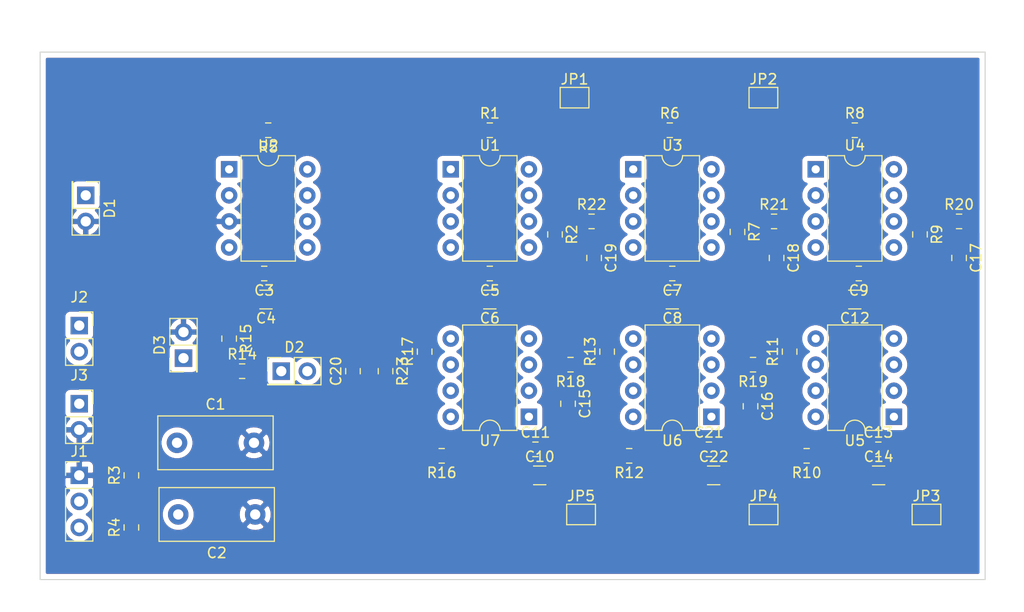
<source format=kicad_pcb>
(kicad_pcb (version 20171130) (host pcbnew 5.1.5+dfsg1-2build2)
  (layers (0 F.Cu signal) (31 B.Cu signal) (34 B.Paste user) (35 F.Paste user) (36 B.SilkS user) (37 F.SilkS user) (38 B.Mask user) (39 F.Mask user) (44 Edge.Cuts user))
  (net 0 "")
  (net 1 GND)
  (net 2 +10V)
  (net 3 -10V)
  (net 4 /cascade_filter/out)
  (net 5 /sheet6215D380/out)
  (net 6 /sheet62163674/out)
  (net 7 /sheet621688F6/out)
  (net 8 /sheet6216EEAD/out)
  (net 9 amp_out)
  (net 10 "Net-(D1-Pad1)")
  (net 11 "Net-(D2-Pad1)")
  (net 12 "Net-(D3-Pad1)")
  (net 13 /sheet6216EEAD/in)
  (net 14 /sheet621688F6/in)
  (net 15 /sheet62163674/in)
  (net 16 /sheet6215D380/in)
  (net 17 /cascade_filter/in)
  (net 18 /sheet62181AF4/in)
  (net 19 "Net-(R1-Pad1)")
  (net 20 op_cascade_in)
  (net 21 "Net-(R6-Pad1)")
  (net 22 "Net-(R8-Pad1)")
  (net 23 "Net-(R10-Pad1)")
  (net 24 "Net-(R12-Pad1)")
  (net 25 "Net-(R16-Pad1)")
  (net 26 "Net-(U1-Pad8)")
  (net 27 "Net-(U1-Pad5)")
  (net 28 "Net-(U1-Pad1)")
  (net 29 "Net-(U2-Pad8)")
  (net 30 "Net-(U2-Pad5)")
  (net 31 "Net-(U2-Pad1)")
  (net 32 "Net-(U3-Pad8)")
  (net 33 "Net-(U3-Pad5)")
  (net 34 "Net-(U3-Pad1)")
  (net 35 "Net-(U4-Pad8)")
  (net 36 "Net-(U4-Pad5)")
  (net 37 "Net-(U4-Pad1)")
  (net 38 "Net-(U5-Pad8)")
  (net 39 "Net-(U5-Pad5)")
  (net 40 "Net-(U5-Pad1)")
  (net 41 "Net-(U6-Pad8)")
  (net 42 "Net-(U6-Pad5)")
  (net 43 "Net-(U6-Pad1)")
  (net 44 "Net-(U7-Pad8)")
  (net 45 "Net-(U7-Pad5)")
  (net 46 "Net-(U7-Pad1)")
  (module Capacitor_SMD:C_1206_3216Metric_Pad1.42x1.75mm_HandSolder (layer F.Cu) (at 136.1075 92.075)
    (fp_text reference C22 (at 0 -1.82) (layer F.SilkS))
    (fp_text value 1n)
    (fp_line (start -0.602064 0.91) (end 0.602064 0.91) (layer F.SilkS) (width 0.12))
    (fp_line (start -0.602064 -0.91) (end 0.602064 -0.91) (layer F.SilkS) (width 0.12))
    (pad 2 smd roundrect (at 1.4875 0) (size 1.425 1.75) (layers F.Cu F.Paste F.Mask) (roundrect_rratio 0.175439) (net 3 -10V))
    (pad 1 smd roundrect (at -1.4875 0) (size 1.425 1.75) (layers F.Cu F.Paste F.Mask) (roundrect_rratio 0.175439) (net 2 +10V))
  )
  (module Capacitor_SMD:C_0805_2012Metric_Pad1.15x1.40mm_HandSolder (layer F.Cu) (at 135.645 89.535)
    (fp_text reference C21 (at 0 -1.65) (layer F.SilkS))
    (fp_text value 100n)
    (fp_line (start -0.261252 0.71) (end 0.261252 0.71) (layer F.SilkS) (width 0.12))
    (fp_line (start -0.261252 -0.71) (end 0.261252 -0.71) (layer F.SilkS) (width 0.12))
    (pad 2 smd roundrect (at 1.025 0) (size 1.15 1.4) (layers F.Cu F.Paste F.Mask) (roundrect_rratio 0.217391) (net 3 -10V))
    (pad 1 smd roundrect (at -1.025 0) (size 1.15 1.4) (layers F.Cu F.Paste F.Mask) (roundrect_rratio 0.217391) (net 2 +10V))
  )
  (module Package_DIP:DIP-8_W7.62mm (layer F.Cu) (at 118.11 86.36 180)
    (fp_text reference U7 (at 3.81 -2.33) (layer F.SilkS))
    (fp_text value LM318N)
    (fp_line (start 6.46 -1.33) (end 4.81 -1.33) (layer F.SilkS) (width 0.12))
    (fp_line (start 6.46 8.95) (end 6.46 -1.33) (layer F.SilkS) (width 0.12))
    (fp_line (start 1.16 8.95) (end 6.46 8.95) (layer F.SilkS) (width 0.12))
    (fp_line (start 1.16 -1.33) (end 1.16 8.95) (layer F.SilkS) (width 0.12))
    (fp_line (start 2.81 -1.33) (end 1.16 -1.33) (layer F.SilkS) (width 0.12))
    (fp_arc (start 3.81 -1.33) (end 2.81 -1.33) (angle -180) (layer F.SilkS) (width 0.12))
    (pad 8 thru_hole oval (at 7.62 0 180) (size 1.6 1.6) (drill 0.8) (layers *.Cu *.Mask) (net 44 "Net-(U7-Pad8)"))
    (pad 4 thru_hole oval (at 0 7.62 180) (size 1.6 1.6) (drill 0.8) (layers *.Cu *.Mask) (net 3 -10V))
    (pad 7 thru_hole oval (at 7.62 2.54 180) (size 1.6 1.6) (drill 0.8) (layers *.Cu *.Mask) (net 2 +10V))
    (pad 3 thru_hole oval (at 0 5.08 180) (size 1.6 1.6) (drill 0.8) (layers *.Cu *.Mask) (net 4 /cascade_filter/out))
    (pad 6 thru_hole oval (at 7.62 5.08 180) (size 1.6 1.6) (drill 0.8) (layers *.Cu *.Mask) (net 18 /sheet62181AF4/in))
    (pad 2 thru_hole oval (at 0 2.54 180) (size 1.6 1.6) (drill 0.8) (layers *.Cu *.Mask) (net 25 "Net-(R16-Pad1)"))
    (pad 5 thru_hole oval (at 7.62 7.62 180) (size 1.6 1.6) (drill 0.8) (layers *.Cu *.Mask) (net 45 "Net-(U7-Pad5)"))
    (pad 1 thru_hole rect (at 0 0 180) (size 1.6 1.6) (drill 0.8) (layers *.Cu *.Mask) (net 46 "Net-(U7-Pad1)"))
  )
  (module Package_DIP:DIP-8_W7.62mm (layer F.Cu) (at 135.89 86.36 180)
    (fp_text reference U6 (at 3.81 -2.33) (layer F.SilkS))
    (fp_text value LM318N)
    (fp_line (start 6.46 -1.33) (end 4.81 -1.33) (layer F.SilkS) (width 0.12))
    (fp_line (start 6.46 8.95) (end 6.46 -1.33) (layer F.SilkS) (width 0.12))
    (fp_line (start 1.16 8.95) (end 6.46 8.95) (layer F.SilkS) (width 0.12))
    (fp_line (start 1.16 -1.33) (end 1.16 8.95) (layer F.SilkS) (width 0.12))
    (fp_line (start 2.81 -1.33) (end 1.16 -1.33) (layer F.SilkS) (width 0.12))
    (fp_arc (start 3.81 -1.33) (end 2.81 -1.33) (angle -180) (layer F.SilkS) (width 0.12))
    (pad 8 thru_hole oval (at 7.62 0 180) (size 1.6 1.6) (drill 0.8) (layers *.Cu *.Mask) (net 41 "Net-(U6-Pad8)"))
    (pad 4 thru_hole oval (at 0 7.62 180) (size 1.6 1.6) (drill 0.8) (layers *.Cu *.Mask) (net 3 -10V))
    (pad 7 thru_hole oval (at 7.62 2.54 180) (size 1.6 1.6) (drill 0.8) (layers *.Cu *.Mask) (net 2 +10V))
    (pad 3 thru_hole oval (at 0 5.08 180) (size 1.6 1.6) (drill 0.8) (layers *.Cu *.Mask) (net 5 /sheet6215D380/out))
    (pad 6 thru_hole oval (at 7.62 5.08 180) (size 1.6 1.6) (drill 0.8) (layers *.Cu *.Mask) (net 17 /cascade_filter/in))
    (pad 2 thru_hole oval (at 0 2.54 180) (size 1.6 1.6) (drill 0.8) (layers *.Cu *.Mask) (net 24 "Net-(R12-Pad1)"))
    (pad 5 thru_hole oval (at 7.62 7.62 180) (size 1.6 1.6) (drill 0.8) (layers *.Cu *.Mask) (net 42 "Net-(U6-Pad5)"))
    (pad 1 thru_hole rect (at 0 0 180) (size 1.6 1.6) (drill 0.8) (layers *.Cu *.Mask) (net 43 "Net-(U6-Pad1)"))
  )
  (module Package_DIP:DIP-8_W7.62mm (layer F.Cu) (at 153.67 86.36 180)
    (fp_text reference U5 (at 3.81 -2.33) (layer F.SilkS))
    (fp_text value LM318N)
    (fp_line (start 6.46 -1.33) (end 4.81 -1.33) (layer F.SilkS) (width 0.12))
    (fp_line (start 6.46 8.95) (end 6.46 -1.33) (layer F.SilkS) (width 0.12))
    (fp_line (start 1.16 8.95) (end 6.46 8.95) (layer F.SilkS) (width 0.12))
    (fp_line (start 1.16 -1.33) (end 1.16 8.95) (layer F.SilkS) (width 0.12))
    (fp_line (start 2.81 -1.33) (end 1.16 -1.33) (layer F.SilkS) (width 0.12))
    (fp_arc (start 3.81 -1.33) (end 2.81 -1.33) (angle -180) (layer F.SilkS) (width 0.12))
    (pad 8 thru_hole oval (at 7.62 0 180) (size 1.6 1.6) (drill 0.8) (layers *.Cu *.Mask) (net 38 "Net-(U5-Pad8)"))
    (pad 4 thru_hole oval (at 0 7.62 180) (size 1.6 1.6) (drill 0.8) (layers *.Cu *.Mask) (net 3 -10V))
    (pad 7 thru_hole oval (at 7.62 2.54 180) (size 1.6 1.6) (drill 0.8) (layers *.Cu *.Mask) (net 2 +10V))
    (pad 3 thru_hole oval (at 0 5.08 180) (size 1.6 1.6) (drill 0.8) (layers *.Cu *.Mask) (net 6 /sheet62163674/out))
    (pad 6 thru_hole oval (at 7.62 5.08 180) (size 1.6 1.6) (drill 0.8) (layers *.Cu *.Mask) (net 16 /sheet6215D380/in))
    (pad 2 thru_hole oval (at 0 2.54 180) (size 1.6 1.6) (drill 0.8) (layers *.Cu *.Mask) (net 23 "Net-(R10-Pad1)"))
    (pad 5 thru_hole oval (at 7.62 7.62 180) (size 1.6 1.6) (drill 0.8) (layers *.Cu *.Mask) (net 39 "Net-(U5-Pad5)"))
    (pad 1 thru_hole rect (at 0 0 180) (size 1.6 1.6) (drill 0.8) (layers *.Cu *.Mask) (net 40 "Net-(U5-Pad1)"))
  )
  (module Package_DIP:DIP-8_W7.62mm (layer F.Cu) (at 146.05 62.23)
    (fp_text reference U4 (at 3.81 -2.33) (layer F.SilkS))
    (fp_text value LM318N)
    (fp_line (start 6.46 -1.33) (end 4.81 -1.33) (layer F.SilkS) (width 0.12))
    (fp_line (start 6.46 8.95) (end 6.46 -1.33) (layer F.SilkS) (width 0.12))
    (fp_line (start 1.16 8.95) (end 6.46 8.95) (layer F.SilkS) (width 0.12))
    (fp_line (start 1.16 -1.33) (end 1.16 8.95) (layer F.SilkS) (width 0.12))
    (fp_line (start 2.81 -1.33) (end 1.16 -1.33) (layer F.SilkS) (width 0.12))
    (fp_arc (start 3.81 -1.33) (end 2.81 -1.33) (angle -180) (layer F.SilkS) (width 0.12))
    (pad 8 thru_hole oval (at 7.62 0) (size 1.6 1.6) (drill 0.8) (layers *.Cu *.Mask) (net 35 "Net-(U4-Pad8)"))
    (pad 4 thru_hole oval (at 0 7.62) (size 1.6 1.6) (drill 0.8) (layers *.Cu *.Mask) (net 3 -10V))
    (pad 7 thru_hole oval (at 7.62 2.54) (size 1.6 1.6) (drill 0.8) (layers *.Cu *.Mask) (net 2 +10V))
    (pad 3 thru_hole oval (at 0 5.08) (size 1.6 1.6) (drill 0.8) (layers *.Cu *.Mask) (net 7 /sheet621688F6/out))
    (pad 6 thru_hole oval (at 7.62 5.08) (size 1.6 1.6) (drill 0.8) (layers *.Cu *.Mask) (net 15 /sheet62163674/in))
    (pad 2 thru_hole oval (at 0 2.54) (size 1.6 1.6) (drill 0.8) (layers *.Cu *.Mask) (net 22 "Net-(R8-Pad1)"))
    (pad 5 thru_hole oval (at 7.62 7.62) (size 1.6 1.6) (drill 0.8) (layers *.Cu *.Mask) (net 36 "Net-(U4-Pad5)"))
    (pad 1 thru_hole rect (at 0 0) (size 1.6 1.6) (drill 0.8) (layers *.Cu *.Mask) (net 37 "Net-(U4-Pad1)"))
  )
  (module Package_DIP:DIP-8_W7.62mm (layer F.Cu) (at 128.27 62.23)
    (fp_text reference U3 (at 3.81 -2.33) (layer F.SilkS))
    (fp_text value LM318N)
    (fp_line (start 6.46 -1.33) (end 4.81 -1.33) (layer F.SilkS) (width 0.12))
    (fp_line (start 6.46 8.95) (end 6.46 -1.33) (layer F.SilkS) (width 0.12))
    (fp_line (start 1.16 8.95) (end 6.46 8.95) (layer F.SilkS) (width 0.12))
    (fp_line (start 1.16 -1.33) (end 1.16 8.95) (layer F.SilkS) (width 0.12))
    (fp_line (start 2.81 -1.33) (end 1.16 -1.33) (layer F.SilkS) (width 0.12))
    (fp_arc (start 3.81 -1.33) (end 2.81 -1.33) (angle -180) (layer F.SilkS) (width 0.12))
    (pad 8 thru_hole oval (at 7.62 0) (size 1.6 1.6) (drill 0.8) (layers *.Cu *.Mask) (net 32 "Net-(U3-Pad8)"))
    (pad 4 thru_hole oval (at 0 7.62) (size 1.6 1.6) (drill 0.8) (layers *.Cu *.Mask) (net 3 -10V))
    (pad 7 thru_hole oval (at 7.62 2.54) (size 1.6 1.6) (drill 0.8) (layers *.Cu *.Mask) (net 2 +10V))
    (pad 3 thru_hole oval (at 0 5.08) (size 1.6 1.6) (drill 0.8) (layers *.Cu *.Mask) (net 8 /sheet6216EEAD/out))
    (pad 6 thru_hole oval (at 7.62 5.08) (size 1.6 1.6) (drill 0.8) (layers *.Cu *.Mask) (net 14 /sheet621688F6/in))
    (pad 2 thru_hole oval (at 0 2.54) (size 1.6 1.6) (drill 0.8) (layers *.Cu *.Mask) (net 21 "Net-(R6-Pad1)"))
    (pad 5 thru_hole oval (at 7.62 7.62) (size 1.6 1.6) (drill 0.8) (layers *.Cu *.Mask) (net 33 "Net-(U3-Pad5)"))
    (pad 1 thru_hole rect (at 0 0) (size 1.6 1.6) (drill 0.8) (layers *.Cu *.Mask) (net 34 "Net-(U3-Pad1)"))
  )
  (module Package_DIP:DIP-8_W7.62mm (layer F.Cu) (at 88.9 62.23)
    (fp_text reference U2 (at 3.81 -2.33) (layer F.SilkS))
    (fp_text value LM318N)
    (fp_line (start 6.46 -1.33) (end 4.81 -1.33) (layer F.SilkS) (width 0.12))
    (fp_line (start 6.46 8.95) (end 6.46 -1.33) (layer F.SilkS) (width 0.12))
    (fp_line (start 1.16 8.95) (end 6.46 8.95) (layer F.SilkS) (width 0.12))
    (fp_line (start 1.16 -1.33) (end 1.16 8.95) (layer F.SilkS) (width 0.12))
    (fp_line (start 2.81 -1.33) (end 1.16 -1.33) (layer F.SilkS) (width 0.12))
    (fp_arc (start 3.81 -1.33) (end 2.81 -1.33) (angle -180) (layer F.SilkS) (width 0.12))
    (pad 8 thru_hole oval (at 7.62 0) (size 1.6 1.6) (drill 0.8) (layers *.Cu *.Mask) (net 29 "Net-(U2-Pad8)"))
    (pad 4 thru_hole oval (at 0 7.62) (size 1.6 1.6) (drill 0.8) (layers *.Cu *.Mask) (net 3 -10V))
    (pad 7 thru_hole oval (at 7.62 2.54) (size 1.6 1.6) (drill 0.8) (layers *.Cu *.Mask) (net 2 +10V))
    (pad 3 thru_hole oval (at 0 5.08) (size 1.6 1.6) (drill 0.8) (layers *.Cu *.Mask) (net 1 GND))
    (pad 6 thru_hole oval (at 7.62 5.08) (size 1.6 1.6) (drill 0.8) (layers *.Cu *.Mask) (net 20 op_cascade_in))
    (pad 2 thru_hole oval (at 0 2.54) (size 1.6 1.6) (drill 0.8) (layers *.Cu *.Mask) (net 10 "Net-(D1-Pad1)"))
    (pad 5 thru_hole oval (at 7.62 7.62) (size 1.6 1.6) (drill 0.8) (layers *.Cu *.Mask) (net 30 "Net-(U2-Pad5)"))
    (pad 1 thru_hole rect (at 0 0) (size 1.6 1.6) (drill 0.8) (layers *.Cu *.Mask) (net 31 "Net-(U2-Pad1)"))
  )
  (module Package_DIP:DIP-8_W7.62mm (layer F.Cu) (at 110.49 62.23)
    (fp_text reference U1 (at 3.81 -2.33) (layer F.SilkS))
    (fp_text value LM318N)
    (fp_line (start 6.46 -1.33) (end 4.81 -1.33) (layer F.SilkS) (width 0.12))
    (fp_line (start 6.46 8.95) (end 6.46 -1.33) (layer F.SilkS) (width 0.12))
    (fp_line (start 1.16 8.95) (end 6.46 8.95) (layer F.SilkS) (width 0.12))
    (fp_line (start 1.16 -1.33) (end 1.16 8.95) (layer F.SilkS) (width 0.12))
    (fp_line (start 2.81 -1.33) (end 1.16 -1.33) (layer F.SilkS) (width 0.12))
    (fp_arc (start 3.81 -1.33) (end 2.81 -1.33) (angle -180) (layer F.SilkS) (width 0.12))
    (pad 8 thru_hole oval (at 7.62 0) (size 1.6 1.6) (drill 0.8) (layers *.Cu *.Mask) (net 26 "Net-(U1-Pad8)"))
    (pad 4 thru_hole oval (at 0 7.62) (size 1.6 1.6) (drill 0.8) (layers *.Cu *.Mask) (net 3 -10V))
    (pad 7 thru_hole oval (at 7.62 2.54) (size 1.6 1.6) (drill 0.8) (layers *.Cu *.Mask) (net 2 +10V))
    (pad 3 thru_hole oval (at 0 5.08) (size 1.6 1.6) (drill 0.8) (layers *.Cu *.Mask) (net 20 op_cascade_in))
    (pad 6 thru_hole oval (at 7.62 5.08) (size 1.6 1.6) (drill 0.8) (layers *.Cu *.Mask) (net 13 /sheet6216EEAD/in))
    (pad 2 thru_hole oval (at 0 2.54) (size 1.6 1.6) (drill 0.8) (layers *.Cu *.Mask) (net 19 "Net-(R1-Pad1)"))
    (pad 5 thru_hole oval (at 7.62 7.62) (size 1.6 1.6) (drill 0.8) (layers *.Cu *.Mask) (net 27 "Net-(U1-Pad5)"))
    (pad 1 thru_hole rect (at 0 0) (size 1.6 1.6) (drill 0.8) (layers *.Cu *.Mask) (net 28 "Net-(U1-Pad1)"))
  )
  (module Resistor_SMD:R_0805_2012Metric_Pad1.15x1.40mm_HandSolder (layer F.Cu) (at 104.14 81.915 270)
    (fp_text reference R23 (at 0 -1.65 90) (layer F.SilkS))
    (fp_text value R)
    (fp_line (start -0.261252 0.71) (end 0.261252 0.71) (layer F.SilkS) (width 0.12))
    (fp_line (start -0.261252 -0.71) (end 0.261252 -0.71) (layer F.SilkS) (width 0.12))
    (pad 2 smd roundrect (at 1.025 0 270) (size 1.15 1.4) (layers F.Cu F.Paste F.Mask) (roundrect_rratio 0.217391) (net 9 amp_out))
    (pad 1 smd roundrect (at -1.025 0 270) (size 1.15 1.4) (layers F.Cu F.Paste F.Mask) (roundrect_rratio 0.217391) (net 18 /sheet62181AF4/in))
  )
  (module Resistor_SMD:R_0805_2012Metric_Pad1.15x1.40mm_HandSolder (layer F.Cu) (at 124.215 67.31)
    (fp_text reference R22 (at 0 -1.65) (layer F.SilkS))
    (fp_text value R)
    (fp_line (start -0.261252 0.71) (end 0.261252 0.71) (layer F.SilkS) (width 0.12))
    (fp_line (start -0.261252 -0.71) (end 0.261252 -0.71) (layer F.SilkS) (width 0.12))
    (pad 2 smd roundrect (at 1.025 0) (size 1.15 1.4) (layers F.Cu F.Paste F.Mask) (roundrect_rratio 0.217391) (net 8 /sheet6216EEAD/out))
    (pad 1 smd roundrect (at -1.025 0) (size 1.15 1.4) (layers F.Cu F.Paste F.Mask) (roundrect_rratio 0.217391) (net 13 /sheet6216EEAD/in))
  )
  (module Resistor_SMD:R_0805_2012Metric_Pad1.15x1.40mm_HandSolder (layer F.Cu) (at 141.995 67.31)
    (fp_text reference R21 (at 0 -1.65) (layer F.SilkS))
    (fp_text value R)
    (fp_line (start -0.261252 0.71) (end 0.261252 0.71) (layer F.SilkS) (width 0.12))
    (fp_line (start -0.261252 -0.71) (end 0.261252 -0.71) (layer F.SilkS) (width 0.12))
    (pad 2 smd roundrect (at 1.025 0) (size 1.15 1.4) (layers F.Cu F.Paste F.Mask) (roundrect_rratio 0.217391) (net 7 /sheet621688F6/out))
    (pad 1 smd roundrect (at -1.025 0) (size 1.15 1.4) (layers F.Cu F.Paste F.Mask) (roundrect_rratio 0.217391) (net 14 /sheet621688F6/in))
  )
  (module Resistor_SMD:R_0805_2012Metric_Pad1.15x1.40mm_HandSolder (layer F.Cu) (at 160.02 67.31)
    (fp_text reference R20 (at 0 -1.65) (layer F.SilkS))
    (fp_text value R)
    (fp_line (start -0.261252 0.71) (end 0.261252 0.71) (layer F.SilkS) (width 0.12))
    (fp_line (start -0.261252 -0.71) (end 0.261252 -0.71) (layer F.SilkS) (width 0.12))
    (pad 2 smd roundrect (at 1.025 0) (size 1.15 1.4) (layers F.Cu F.Paste F.Mask) (roundrect_rratio 0.217391) (net 6 /sheet62163674/out))
    (pad 1 smd roundrect (at -1.025 0) (size 1.15 1.4) (layers F.Cu F.Paste F.Mask) (roundrect_rratio 0.217391) (net 15 /sheet62163674/in))
  )
  (module Resistor_SMD:R_0805_2012Metric_Pad1.15x1.40mm_HandSolder (layer F.Cu) (at 139.945 81.28 180)
    (fp_text reference R19 (at 0 -1.65) (layer F.SilkS))
    (fp_text value R)
    (fp_line (start -0.261252 0.71) (end 0.261252 0.71) (layer F.SilkS) (width 0.12))
    (fp_line (start -0.261252 -0.71) (end 0.261252 -0.71) (layer F.SilkS) (width 0.12))
    (pad 2 smd roundrect (at 1.025 0 180) (size 1.15 1.4) (layers F.Cu F.Paste F.Mask) (roundrect_rratio 0.217391) (net 5 /sheet6215D380/out))
    (pad 1 smd roundrect (at -1.025 0 180) (size 1.15 1.4) (layers F.Cu F.Paste F.Mask) (roundrect_rratio 0.217391) (net 16 /sheet6215D380/in))
  )
  (module Resistor_SMD:R_0805_2012Metric_Pad1.15x1.40mm_HandSolder (layer F.Cu) (at 122.165 81.28 180)
    (fp_text reference R18 (at 0 -1.65) (layer F.SilkS))
    (fp_text value R)
    (fp_line (start -0.261252 0.71) (end 0.261252 0.71) (layer F.SilkS) (width 0.12))
    (fp_line (start -0.261252 -0.71) (end 0.261252 -0.71) (layer F.SilkS) (width 0.12))
    (pad 2 smd roundrect (at 1.025 0 180) (size 1.15 1.4) (layers F.Cu F.Paste F.Mask) (roundrect_rratio 0.217391) (net 4 /cascade_filter/out))
    (pad 1 smd roundrect (at -1.025 0 180) (size 1.15 1.4) (layers F.Cu F.Paste F.Mask) (roundrect_rratio 0.217391) (net 17 /cascade_filter/in))
  )
  (module Resistor_SMD:R_0805_2012Metric_Pad1.15x1.40mm_HandSolder (layer F.Cu) (at 107.95 80.01 90)
    (fp_text reference R17 (at 0 -1.65 90) (layer F.SilkS))
    (fp_text value 10k)
    (fp_line (start -0.261252 0.71) (end 0.261252 0.71) (layer F.SilkS) (width 0.12))
    (fp_line (start -0.261252 -0.71) (end 0.261252 -0.71) (layer F.SilkS) (width 0.12))
    (pad 2 smd roundrect (at 1.025 0 90) (size 1.15 1.4) (layers F.Cu F.Paste F.Mask) (roundrect_rratio 0.217391) (net 1 GND))
    (pad 1 smd roundrect (at -1.025 0 90) (size 1.15 1.4) (layers F.Cu F.Paste F.Mask) (roundrect_rratio 0.217391) (net 18 /sheet62181AF4/in))
  )
  (module Resistor_SMD:R_0805_2012Metric_Pad1.15x1.40mm_HandSolder (layer F.Cu) (at 109.61 90.17 180)
    (fp_text reference R16 (at 0 -1.65) (layer F.SilkS))
    (fp_text value 1k)
    (fp_line (start -0.261252 0.71) (end 0.261252 0.71) (layer F.SilkS) (width 0.12))
    (fp_line (start -0.261252 -0.71) (end 0.261252 -0.71) (layer F.SilkS) (width 0.12))
    (pad 2 smd roundrect (at 1.025 0 180) (size 1.15 1.4) (layers F.Cu F.Paste F.Mask) (roundrect_rratio 0.217391) (net 18 /sheet62181AF4/in))
    (pad 1 smd roundrect (at -1.025 0 180) (size 1.15 1.4) (layers F.Cu F.Paste F.Mask) (roundrect_rratio 0.217391) (net 25 "Net-(R16-Pad1)"))
  )
  (module Resistor_SMD:R_0805_2012Metric_Pad1.15x1.40mm_HandSolder (layer F.Cu) (at 88.9 78.74 270)
    (fp_text reference R15 (at 0 -1.65 90) (layer F.SilkS))
    (fp_text value 10k)
    (fp_line (start -0.261252 0.71) (end 0.261252 0.71) (layer F.SilkS) (width 0.12))
    (fp_line (start -0.261252 -0.71) (end 0.261252 -0.71) (layer F.SilkS) (width 0.12))
    (pad 2 smd roundrect (at 1.025 0 270) (size 1.15 1.4) (layers F.Cu F.Paste F.Mask) (roundrect_rratio 0.217391) (net 12 "Net-(D3-Pad1)"))
    (pad 1 smd roundrect (at -1.025 0 270) (size 1.15 1.4) (layers F.Cu F.Paste F.Mask) (roundrect_rratio 0.217391) (net 1 GND))
  )
  (module Resistor_SMD:R_0805_2012Metric_Pad1.15x1.40mm_HandSolder (layer F.Cu) (at 90.17 81.915)
    (fp_text reference R14 (at 0 -1.65) (layer F.SilkS))
    (fp_text value 22k)
    (fp_line (start -0.261252 0.71) (end 0.261252 0.71) (layer F.SilkS) (width 0.12))
    (fp_line (start -0.261252 -0.71) (end 0.261252 -0.71) (layer F.SilkS) (width 0.12))
    (pad 2 smd roundrect (at 1.025 0) (size 1.15 1.4) (layers F.Cu F.Paste F.Mask) (roundrect_rratio 0.217391) (net 11 "Net-(D2-Pad1)"))
    (pad 1 smd roundrect (at -1.025 0) (size 1.15 1.4) (layers F.Cu F.Paste F.Mask) (roundrect_rratio 0.217391) (net 12 "Net-(D3-Pad1)"))
  )
  (module Resistor_SMD:R_0805_2012Metric_Pad1.15x1.40mm_HandSolder (layer F.Cu) (at 125.73 80.01 90)
    (fp_text reference R13 (at 0 -1.65 90) (layer F.SilkS))
    (fp_text value 10k)
    (fp_line (start -0.261252 0.71) (end 0.261252 0.71) (layer F.SilkS) (width 0.12))
    (fp_line (start -0.261252 -0.71) (end 0.261252 -0.71) (layer F.SilkS) (width 0.12))
    (pad 2 smd roundrect (at 1.025 0 90) (size 1.15 1.4) (layers F.Cu F.Paste F.Mask) (roundrect_rratio 0.217391) (net 1 GND))
    (pad 1 smd roundrect (at -1.025 0 90) (size 1.15 1.4) (layers F.Cu F.Paste F.Mask) (roundrect_rratio 0.217391) (net 17 /cascade_filter/in))
  )
  (module Resistor_SMD:R_0805_2012Metric_Pad1.15x1.40mm_HandSolder (layer F.Cu) (at 127.88 90.17 180)
    (fp_text reference R12 (at 0 -1.65) (layer F.SilkS))
    (fp_text value 1k)
    (fp_line (start -0.261252 0.71) (end 0.261252 0.71) (layer F.SilkS) (width 0.12))
    (fp_line (start -0.261252 -0.71) (end 0.261252 -0.71) (layer F.SilkS) (width 0.12))
    (pad 2 smd roundrect (at 1.025 0 180) (size 1.15 1.4) (layers F.Cu F.Paste F.Mask) (roundrect_rratio 0.217391) (net 17 /cascade_filter/in))
    (pad 1 smd roundrect (at -1.025 0 180) (size 1.15 1.4) (layers F.Cu F.Paste F.Mask) (roundrect_rratio 0.217391) (net 24 "Net-(R12-Pad1)"))
  )
  (module Resistor_SMD:R_0805_2012Metric_Pad1.15x1.40mm_HandSolder (layer F.Cu) (at 143.51 80.01 90)
    (fp_text reference R11 (at 0 -1.65 90) (layer F.SilkS))
    (fp_text value 10k)
    (fp_line (start -0.261252 0.71) (end 0.261252 0.71) (layer F.SilkS) (width 0.12))
    (fp_line (start -0.261252 -0.71) (end 0.261252 -0.71) (layer F.SilkS) (width 0.12))
    (pad 2 smd roundrect (at 1.025 0 90) (size 1.15 1.4) (layers F.Cu F.Paste F.Mask) (roundrect_rratio 0.217391) (net 1 GND))
    (pad 1 smd roundrect (at -1.025 0 90) (size 1.15 1.4) (layers F.Cu F.Paste F.Mask) (roundrect_rratio 0.217391) (net 16 /sheet6215D380/in))
  )
  (module Resistor_SMD:R_0805_2012Metric_Pad1.15x1.40mm_HandSolder (layer F.Cu) (at 145.17 90.17 180)
    (fp_text reference R10 (at 0 -1.65) (layer F.SilkS))
    (fp_text value 1k)
    (fp_line (start -0.261252 0.71) (end 0.261252 0.71) (layer F.SilkS) (width 0.12))
    (fp_line (start -0.261252 -0.71) (end 0.261252 -0.71) (layer F.SilkS) (width 0.12))
    (pad 2 smd roundrect (at 1.025 0 180) (size 1.15 1.4) (layers F.Cu F.Paste F.Mask) (roundrect_rratio 0.217391) (net 16 /sheet6215D380/in))
    (pad 1 smd roundrect (at -1.025 0 180) (size 1.15 1.4) (layers F.Cu F.Paste F.Mask) (roundrect_rratio 0.217391) (net 23 "Net-(R10-Pad1)"))
  )
  (module Resistor_SMD:R_0805_2012Metric_Pad1.15x1.40mm_HandSolder (layer F.Cu) (at 156.21 68.58 270)
    (fp_text reference R9 (at 0 -1.65 90) (layer F.SilkS))
    (fp_text value 10k)
    (fp_line (start -0.261252 0.71) (end 0.261252 0.71) (layer F.SilkS) (width 0.12))
    (fp_line (start -0.261252 -0.71) (end 0.261252 -0.71) (layer F.SilkS) (width 0.12))
    (pad 2 smd roundrect (at 1.025 0 270) (size 1.15 1.4) (layers F.Cu F.Paste F.Mask) (roundrect_rratio 0.217391) (net 1 GND))
    (pad 1 smd roundrect (at -1.025 0 270) (size 1.15 1.4) (layers F.Cu F.Paste F.Mask) (roundrect_rratio 0.217391) (net 15 /sheet62163674/in))
  )
  (module Resistor_SMD:R_0805_2012Metric_Pad1.15x1.40mm_HandSolder (layer F.Cu) (at 149.86 58.42)
    (fp_text reference R8 (at 0 -1.65) (layer F.SilkS))
    (fp_text value 1k)
    (fp_line (start -0.261252 0.71) (end 0.261252 0.71) (layer F.SilkS) (width 0.12))
    (fp_line (start -0.261252 -0.71) (end 0.261252 -0.71) (layer F.SilkS) (width 0.12))
    (pad 2 smd roundrect (at 1.025 0) (size 1.15 1.4) (layers F.Cu F.Paste F.Mask) (roundrect_rratio 0.217391) (net 15 /sheet62163674/in))
    (pad 1 smd roundrect (at -1.025 0) (size 1.15 1.4) (layers F.Cu F.Paste F.Mask) (roundrect_rratio 0.217391) (net 22 "Net-(R8-Pad1)"))
  )
  (module Resistor_SMD:R_0805_2012Metric_Pad1.15x1.40mm_HandSolder (layer F.Cu) (at 138.43 68.335 270)
    (fp_text reference R7 (at 0 -1.65 90) (layer F.SilkS))
    (fp_text value 10k)
    (fp_line (start -0.261252 0.71) (end 0.261252 0.71) (layer F.SilkS) (width 0.12))
    (fp_line (start -0.261252 -0.71) (end 0.261252 -0.71) (layer F.SilkS) (width 0.12))
    (pad 2 smd roundrect (at 1.025 0 270) (size 1.15 1.4) (layers F.Cu F.Paste F.Mask) (roundrect_rratio 0.217391) (net 1 GND))
    (pad 1 smd roundrect (at -1.025 0 270) (size 1.15 1.4) (layers F.Cu F.Paste F.Mask) (roundrect_rratio 0.217391) (net 14 /sheet621688F6/in))
  )
  (module Resistor_SMD:R_0805_2012Metric_Pad1.15x1.40mm_HandSolder (layer F.Cu) (at 131.835 58.42)
    (fp_text reference R6 (at 0 -1.65) (layer F.SilkS))
    (fp_text value 1k)
    (fp_line (start -0.261252 0.71) (end 0.261252 0.71) (layer F.SilkS) (width 0.12))
    (fp_line (start -0.261252 -0.71) (end 0.261252 -0.71) (layer F.SilkS) (width 0.12))
    (pad 2 smd roundrect (at 1.025 0) (size 1.15 1.4) (layers F.Cu F.Paste F.Mask) (roundrect_rratio 0.217391) (net 14 /sheet621688F6/in))
    (pad 1 smd roundrect (at -1.025 0) (size 1.15 1.4) (layers F.Cu F.Paste F.Mask) (roundrect_rratio 0.217391) (net 21 "Net-(R6-Pad1)"))
  )
  (module Resistor_SMD:R_0805_2012Metric_Pad1.15x1.40mm_HandSolder (layer F.Cu) (at 92.71 58.42 180)
    (fp_text reference R5 (at 0 -1.65) (layer F.SilkS))
    (fp_text value 10k)
    (fp_line (start -0.261252 0.71) (end 0.261252 0.71) (layer F.SilkS) (width 0.12))
    (fp_line (start -0.261252 -0.71) (end 0.261252 -0.71) (layer F.SilkS) (width 0.12))
    (pad 2 smd roundrect (at 1.025 0 180) (size 1.15 1.4) (layers F.Cu F.Paste F.Mask) (roundrect_rratio 0.217391) (net 10 "Net-(D1-Pad1)"))
    (pad 1 smd roundrect (at -1.025 0 180) (size 1.15 1.4) (layers F.Cu F.Paste F.Mask) (roundrect_rratio 0.217391) (net 20 op_cascade_in))
  )
  (module Resistor_SMD:R_0805_2012Metric_Pad1.15x1.40mm_HandSolder (layer F.Cu) (at 79.375 97.155 90)
    (fp_text reference R4 (at 0 -1.65 90) (layer F.SilkS))
    (fp_text value 4.7k)
    (fp_line (start -0.261252 0.71) (end 0.261252 0.71) (layer F.SilkS) (width 0.12))
    (fp_line (start -0.261252 -0.71) (end 0.261252 -0.71) (layer F.SilkS) (width 0.12))
    (pad 2 smd roundrect (at 1.025 0 90) (size 1.15 1.4) (layers F.Cu F.Paste F.Mask) (roundrect_rratio 0.217391) (net 3 -10V))
    (pad 1 smd roundrect (at -1.025 0 90) (size 1.15 1.4) (layers F.Cu F.Paste F.Mask) (roundrect_rratio 0.217391) (net 1 GND))
  )
  (module Resistor_SMD:R_0805_2012Metric_Pad1.15x1.40mm_HandSolder (layer F.Cu) (at 79.375 92.075 90)
    (fp_text reference R3 (at 0 -1.65 90) (layer F.SilkS))
    (fp_text value 4.7k)
    (fp_line (start -0.261252 0.71) (end 0.261252 0.71) (layer F.SilkS) (width 0.12))
    (fp_line (start -0.261252 -0.71) (end 0.261252 -0.71) (layer F.SilkS) (width 0.12))
    (pad 2 smd roundrect (at 1.025 0 90) (size 1.15 1.4) (layers F.Cu F.Paste F.Mask) (roundrect_rratio 0.217391) (net 1 GND))
    (pad 1 smd roundrect (at -1.025 0 90) (size 1.15 1.4) (layers F.Cu F.Paste F.Mask) (roundrect_rratio 0.217391) (net 2 +10V))
  )
  (module Resistor_SMD:R_0805_2012Metric_Pad1.15x1.40mm_HandSolder (layer F.Cu) (at 120.65 68.58 270)
    (fp_text reference R2 (at 0 -1.65 90) (layer F.SilkS))
    (fp_text value 10k)
    (fp_line (start -0.261252 0.71) (end 0.261252 0.71) (layer F.SilkS) (width 0.12))
    (fp_line (start -0.261252 -0.71) (end 0.261252 -0.71) (layer F.SilkS) (width 0.12))
    (pad 2 smd roundrect (at 1.025 0 270) (size 1.15 1.4) (layers F.Cu F.Paste F.Mask) (roundrect_rratio 0.217391) (net 1 GND))
    (pad 1 smd roundrect (at -1.025 0 270) (size 1.15 1.4) (layers F.Cu F.Paste F.Mask) (roundrect_rratio 0.217391) (net 13 /sheet6216EEAD/in))
  )
  (module Resistor_SMD:R_0805_2012Metric_Pad1.15x1.40mm_HandSolder (layer F.Cu) (at 114.3 58.42)
    (fp_text reference R1 (at 0 -1.65) (layer F.SilkS))
    (fp_text value 1k)
    (fp_line (start -0.261252 0.71) (end 0.261252 0.71) (layer F.SilkS) (width 0.12))
    (fp_line (start -0.261252 -0.71) (end 0.261252 -0.71) (layer F.SilkS) (width 0.12))
    (pad 2 smd roundrect (at 1.025 0) (size 1.15 1.4) (layers F.Cu F.Paste F.Mask) (roundrect_rratio 0.217391) (net 13 /sheet6216EEAD/in))
    (pad 1 smd roundrect (at -1.025 0) (size 1.15 1.4) (layers F.Cu F.Paste F.Mask) (roundrect_rratio 0.217391) (net 19 "Net-(R1-Pad1)"))
  )
  (module Jumper:SolderJumper-2_P1.3mm_Open_Pad1.0x1.5mm (layer F.Cu) (at 123.19 95.885)
    (fp_text reference JP5 (at 0 -1.8) (layer F.SilkS))
    (fp_text value Jumper)
    (fp_line (start -1.4 -1) (end 1.4 -1) (layer F.SilkS) (width 0.12))
    (fp_line (start 1.4 -1) (end 1.4 1) (layer F.SilkS) (width 0.12))
    (fp_line (start 1.4 1) (end -1.4 1) (layer F.SilkS) (width 0.12))
    (fp_line (start -1.4 1) (end -1.4 -1) (layer F.SilkS) (width 0.12))
    (pad 1 smd rect (at -0.65 0) (size 1 1.5) (layers F.Cu F.Mask) (net 17 /cascade_filter/in))
    (pad 2 smd rect (at 0.65 0) (size 1 1.5) (layers F.Cu F.Mask) (net 18 /sheet62181AF4/in))
  )
  (module Jumper:SolderJumper-2_P1.3mm_Open_Pad1.0x1.5mm (layer F.Cu) (at 140.97 95.885)
    (fp_text reference JP4 (at 0 -1.8) (layer F.SilkS))
    (fp_text value Jumper)
    (fp_line (start -1.4 -1) (end 1.4 -1) (layer F.SilkS) (width 0.12))
    (fp_line (start 1.4 -1) (end 1.4 1) (layer F.SilkS) (width 0.12))
    (fp_line (start 1.4 1) (end -1.4 1) (layer F.SilkS) (width 0.12))
    (fp_line (start -1.4 1) (end -1.4 -1) (layer F.SilkS) (width 0.12))
    (pad 1 smd rect (at -0.65 0) (size 1 1.5) (layers F.Cu F.Mask) (net 16 /sheet6215D380/in))
    (pad 2 smd rect (at 0.65 0) (size 1 1.5) (layers F.Cu F.Mask) (net 17 /cascade_filter/in))
  )
  (module Jumper:SolderJumper-2_P1.3mm_Open_Pad1.0x1.5mm (layer F.Cu) (at 156.845 95.885)
    (fp_text reference JP3 (at 0 -1.8) (layer F.SilkS))
    (fp_text value Jumper)
    (fp_line (start -1.4 -1) (end 1.4 -1) (layer F.SilkS) (width 0.12))
    (fp_line (start 1.4 -1) (end 1.4 1) (layer F.SilkS) (width 0.12))
    (fp_line (start 1.4 1) (end -1.4 1) (layer F.SilkS) (width 0.12))
    (fp_line (start -1.4 1) (end -1.4 -1) (layer F.SilkS) (width 0.12))
    (pad 1 smd rect (at -0.65 0) (size 1 1.5) (layers F.Cu F.Mask) (net 15 /sheet62163674/in))
    (pad 2 smd rect (at 0.65 0) (size 1 1.5) (layers F.Cu F.Mask) (net 16 /sheet6215D380/in))
  )
  (module Jumper:SolderJumper-2_P1.3mm_Open_Pad1.0x1.5mm (layer F.Cu) (at 140.955 55.245)
    (fp_text reference JP2 (at 0 -1.8) (layer F.SilkS))
    (fp_text value Jumper)
    (fp_line (start -1.4 -1) (end 1.4 -1) (layer F.SilkS) (width 0.12))
    (fp_line (start 1.4 -1) (end 1.4 1) (layer F.SilkS) (width 0.12))
    (fp_line (start 1.4 1) (end -1.4 1) (layer F.SilkS) (width 0.12))
    (fp_line (start -1.4 1) (end -1.4 -1) (layer F.SilkS) (width 0.12))
    (pad 1 smd rect (at -0.65 0) (size 1 1.5) (layers F.Cu F.Mask) (net 14 /sheet621688F6/in))
    (pad 2 smd rect (at 0.65 0) (size 1 1.5) (layers F.Cu F.Mask) (net 15 /sheet62163674/in))
  )
  (module Jumper:SolderJumper-2_P1.3mm_Open_Pad1.0x1.5mm (layer F.Cu) (at 122.555 55.245)
    (fp_text reference JP1 (at 0 -1.8) (layer F.SilkS))
    (fp_text value Jumper)
    (fp_line (start -1.4 -1) (end 1.4 -1) (layer F.SilkS) (width 0.12))
    (fp_line (start 1.4 -1) (end 1.4 1) (layer F.SilkS) (width 0.12))
    (fp_line (start 1.4 1) (end -1.4 1) (layer F.SilkS) (width 0.12))
    (fp_line (start -1.4 1) (end -1.4 -1) (layer F.SilkS) (width 0.12))
    (pad 1 smd rect (at -0.65 0) (size 1 1.5) (layers F.Cu F.Mask) (net 13 /sheet6216EEAD/in))
    (pad 2 smd rect (at 0.65 0) (size 1 1.5) (layers F.Cu F.Mask) (net 14 /sheet621688F6/in))
  )
  (module Connector_PinSocket_2.54mm:PinSocket_1x02_P2.54mm_Vertical (layer F.Cu) (at 74.295 85.09)
    (fp_text reference J3 (at 0 -2.77) (layer F.SilkS))
    (fp_text value Conn_01x02_Female)
    (fp_line (start 0 -1.33) (end 1.33 -1.33) (layer F.SilkS) (width 0.12))
    (fp_line (start 1.33 -1.33) (end 1.33 0) (layer F.SilkS) (width 0.12))
    (fp_line (start 1.33 1.27) (end 1.33 3.87) (layer F.SilkS) (width 0.12))
    (fp_line (start -1.33 3.87) (end 1.33 3.87) (layer F.SilkS) (width 0.12))
    (fp_line (start -1.33 1.27) (end -1.33 3.87) (layer F.SilkS) (width 0.12))
    (fp_line (start -1.33 1.27) (end 1.33 1.27) (layer F.SilkS) (width 0.12))
    (pad 2 thru_hole oval (at 0 2.54) (size 1.7 1.7) (drill 1) (layers *.Cu *.Mask) (net 1 GND))
    (pad 1 thru_hole rect (at 0 0) (size 1.7 1.7) (drill 1) (layers *.Cu *.Mask) (net 12 "Net-(D3-Pad1)"))
  )
  (module Connector_PinSocket_2.54mm:PinSocket_1x02_P2.54mm_Vertical (layer F.Cu) (at 74.295 77.47)
    (fp_text reference J2 (at 0 -2.77) (layer F.SilkS))
    (fp_text value Conn_01x02_Female)
    (fp_line (start 0 -1.33) (end 1.33 -1.33) (layer F.SilkS) (width 0.12))
    (fp_line (start 1.33 -1.33) (end 1.33 0) (layer F.SilkS) (width 0.12))
    (fp_line (start 1.33 1.27) (end 1.33 3.87) (layer F.SilkS) (width 0.12))
    (fp_line (start -1.33 3.87) (end 1.33 3.87) (layer F.SilkS) (width 0.12))
    (fp_line (start -1.33 1.27) (end -1.33 3.87) (layer F.SilkS) (width 0.12))
    (fp_line (start -1.33 1.27) (end 1.33 1.27) (layer F.SilkS) (width 0.12))
    (pad 2 thru_hole oval (at 0 2.54) (size 1.7 1.7) (drill 1) (layers *.Cu *.Mask) (net 2 +10V))
    (pad 1 thru_hole rect (at 0 0) (size 1.7 1.7) (drill 1) (layers *.Cu *.Mask) (net 3 -10V))
  )
  (module Connector_PinHeader_2.54mm:PinHeader_1x03_P2.54mm_Vertical (layer F.Cu) (at 74.295 92.075)
    (fp_text reference J1 (at 0 -2.33) (layer F.SilkS))
    (fp_text value Conn_01x03_Female)
    (fp_line (start -1.33 -1.33) (end 0 -1.33) (layer F.SilkS) (width 0.12))
    (fp_line (start -1.33 0) (end -1.33 -1.33) (layer F.SilkS) (width 0.12))
    (fp_line (start -1.33 1.27) (end 1.33 1.27) (layer F.SilkS) (width 0.12))
    (fp_line (start 1.33 1.27) (end 1.33 6.41) (layer F.SilkS) (width 0.12))
    (fp_line (start -1.33 1.27) (end -1.33 6.41) (layer F.SilkS) (width 0.12))
    (fp_line (start -1.33 6.41) (end 1.33 6.41) (layer F.SilkS) (width 0.12))
    (pad 3 thru_hole oval (at 0 5.08) (size 1.7 1.7) (drill 1) (layers *.Cu *.Mask) (net 2 +10V))
    (pad 2 thru_hole oval (at 0 2.54) (size 1.7 1.7) (drill 1) (layers *.Cu *.Mask) (net 3 -10V))
    (pad 1 thru_hole rect (at 0 0) (size 1.7 1.7) (drill 1) (layers *.Cu *.Mask) (net 1 GND))
  )
  (module Connector_PinHeader_2.54mm:PinHeader_2x01_P2.54mm_Vertical (layer F.Cu) (at 84.455 80.645 90)
    (fp_text reference D3 (at 1.27 -2.33 90) (layer F.SilkS))
    (fp_text value 3.3V)
    (fp_line (start -1.33 -1.33) (end 0 -1.33) (layer F.SilkS) (width 0.12))
    (fp_line (start -1.33 0) (end -1.33 -1.33) (layer F.SilkS) (width 0.12))
    (fp_line (start 1.27 -1.33) (end 3.87 -1.33) (layer F.SilkS) (width 0.12))
    (fp_line (start 1.27 1.27) (end 1.27 -1.33) (layer F.SilkS) (width 0.12))
    (fp_line (start -1.33 1.27) (end 1.27 1.27) (layer F.SilkS) (width 0.12))
    (fp_line (start 3.87 -1.33) (end 3.87 1.33) (layer F.SilkS) (width 0.12))
    (fp_line (start -1.33 1.27) (end -1.33 1.33) (layer F.SilkS) (width 0.12))
    (fp_line (start -1.33 1.33) (end 3.87 1.33) (layer F.SilkS) (width 0.12))
    (pad 2 thru_hole oval (at 2.54 0 90) (size 1.7 1.7) (drill 1) (layers *.Cu *.Mask) (net 1 GND))
    (pad 1 thru_hole rect (at 0 0 90) (size 1.7 1.7) (drill 1) (layers *.Cu *.Mask) (net 12 "Net-(D3-Pad1)"))
  )
  (module Connector_PinHeader_2.54mm:PinHeader_2x01_P2.54mm_Vertical (layer F.Cu) (at 93.98 81.915)
    (fp_text reference D2 (at 1.27 -2.33) (layer F.SilkS))
    (fp_text value D_Schottky)
    (fp_line (start -1.33 -1.33) (end 0 -1.33) (layer F.SilkS) (width 0.12))
    (fp_line (start -1.33 0) (end -1.33 -1.33) (layer F.SilkS) (width 0.12))
    (fp_line (start 1.27 -1.33) (end 3.87 -1.33) (layer F.SilkS) (width 0.12))
    (fp_line (start 1.27 1.27) (end 1.27 -1.33) (layer F.SilkS) (width 0.12))
    (fp_line (start -1.33 1.27) (end 1.27 1.27) (layer F.SilkS) (width 0.12))
    (fp_line (start 3.87 -1.33) (end 3.87 1.33) (layer F.SilkS) (width 0.12))
    (fp_line (start -1.33 1.27) (end -1.33 1.33) (layer F.SilkS) (width 0.12))
    (fp_line (start -1.33 1.33) (end 3.87 1.33) (layer F.SilkS) (width 0.12))
    (pad 2 thru_hole oval (at 2.54 0) (size 1.7 1.7) (drill 1) (layers *.Cu *.Mask) (net 9 amp_out))
    (pad 1 thru_hole rect (at 0 0) (size 1.7 1.7) (drill 1) (layers *.Cu *.Mask) (net 11 "Net-(D2-Pad1)"))
  )
  (module Connector_PinHeader_2.54mm:PinHeader_2x01_P2.54mm_Vertical (layer F.Cu) (at 74.93 64.77 270)
    (fp_text reference D1 (at 1.27 -2.33 90) (layer F.SilkS))
    (fp_text value D_Photo)
    (fp_line (start -1.33 -1.33) (end 0 -1.33) (layer F.SilkS) (width 0.12))
    (fp_line (start -1.33 0) (end -1.33 -1.33) (layer F.SilkS) (width 0.12))
    (fp_line (start 1.27 -1.33) (end 3.87 -1.33) (layer F.SilkS) (width 0.12))
    (fp_line (start 1.27 1.27) (end 1.27 -1.33) (layer F.SilkS) (width 0.12))
    (fp_line (start -1.33 1.27) (end 1.27 1.27) (layer F.SilkS) (width 0.12))
    (fp_line (start 3.87 -1.33) (end 3.87 1.33) (layer F.SilkS) (width 0.12))
    (fp_line (start -1.33 1.27) (end -1.33 1.33) (layer F.SilkS) (width 0.12))
    (fp_line (start -1.33 1.33) (end 3.87 1.33) (layer F.SilkS) (width 0.12))
    (pad 2 thru_hole oval (at 2.54 0 270) (size 1.7 1.7) (drill 1) (layers *.Cu *.Mask) (net 1 GND))
    (pad 1 thru_hole rect (at 0 0 270) (size 1.7 1.7) (drill 1) (layers *.Cu *.Mask) (net 10 "Net-(D1-Pad1)"))
  )
  (module Capacitor_SMD:C_0805_2012Metric_Pad1.15x1.40mm_HandSolder (layer F.Cu) (at 100.965 81.915 90)
    (fp_text reference C20 (at 0 -1.65 90) (layer F.SilkS))
    (fp_text value C)
    (fp_line (start -0.261252 0.71) (end 0.261252 0.71) (layer F.SilkS) (width 0.12))
    (fp_line (start -0.261252 -0.71) (end 0.261252 -0.71) (layer F.SilkS) (width 0.12))
    (pad 2 smd roundrect (at 1.025 0 90) (size 1.15 1.4) (layers F.Cu F.Paste F.Mask) (roundrect_rratio 0.217391) (net 1 GND))
    (pad 1 smd roundrect (at -1.025 0 90) (size 1.15 1.4) (layers F.Cu F.Paste F.Mask) (roundrect_rratio 0.217391) (net 9 amp_out))
  )
  (module Capacitor_SMD:C_0805_2012Metric_Pad1.15x1.40mm_HandSolder (layer F.Cu) (at 124.46 70.875 270)
    (fp_text reference C19 (at 0 -1.65 90) (layer F.SilkS))
    (fp_text value C)
    (fp_line (start -0.261252 0.71) (end 0.261252 0.71) (layer F.SilkS) (width 0.12))
    (fp_line (start -0.261252 -0.71) (end 0.261252 -0.71) (layer F.SilkS) (width 0.12))
    (pad 2 smd roundrect (at 1.025 0 270) (size 1.15 1.4) (layers F.Cu F.Paste F.Mask) (roundrect_rratio 0.217391) (net 1 GND))
    (pad 1 smd roundrect (at -1.025 0 270) (size 1.15 1.4) (layers F.Cu F.Paste F.Mask) (roundrect_rratio 0.217391) (net 8 /sheet6216EEAD/out))
  )
  (module Capacitor_SMD:C_0805_2012Metric_Pad1.15x1.40mm_HandSolder (layer F.Cu) (at 142.24 70.875 270)
    (fp_text reference C18 (at 0 -1.65 90) (layer F.SilkS))
    (fp_text value C)
    (fp_line (start -0.261252 0.71) (end 0.261252 0.71) (layer F.SilkS) (width 0.12))
    (fp_line (start -0.261252 -0.71) (end 0.261252 -0.71) (layer F.SilkS) (width 0.12))
    (pad 2 smd roundrect (at 1.025 0 270) (size 1.15 1.4) (layers F.Cu F.Paste F.Mask) (roundrect_rratio 0.217391) (net 1 GND))
    (pad 1 smd roundrect (at -1.025 0 270) (size 1.15 1.4) (layers F.Cu F.Paste F.Mask) (roundrect_rratio 0.217391) (net 7 /sheet621688F6/out))
  )
  (module Capacitor_SMD:C_0805_2012Metric_Pad1.15x1.40mm_HandSolder (layer F.Cu) (at 160.02 70.875 270)
    (fp_text reference C17 (at 0 -1.65 90) (layer F.SilkS))
    (fp_text value C)
    (fp_line (start -0.261252 0.71) (end 0.261252 0.71) (layer F.SilkS) (width 0.12))
    (fp_line (start -0.261252 -0.71) (end 0.261252 -0.71) (layer F.SilkS) (width 0.12))
    (pad 2 smd roundrect (at 1.025 0 270) (size 1.15 1.4) (layers F.Cu F.Paste F.Mask) (roundrect_rratio 0.217391) (net 1 GND))
    (pad 1 smd roundrect (at -1.025 0 270) (size 1.15 1.4) (layers F.Cu F.Paste F.Mask) (roundrect_rratio 0.217391) (net 6 /sheet62163674/out))
  )
  (module Capacitor_SMD:C_0805_2012Metric_Pad1.15x1.40mm_HandSolder (layer F.Cu) (at 139.7 85.335 270)
    (fp_text reference C16 (at 0 -1.65 90) (layer F.SilkS))
    (fp_text value C)
    (fp_line (start -0.261252 0.71) (end 0.261252 0.71) (layer F.SilkS) (width 0.12))
    (fp_line (start -0.261252 -0.71) (end 0.261252 -0.71) (layer F.SilkS) (width 0.12))
    (pad 2 smd roundrect (at 1.025 0 270) (size 1.15 1.4) (layers F.Cu F.Paste F.Mask) (roundrect_rratio 0.217391) (net 1 GND))
    (pad 1 smd roundrect (at -1.025 0 270) (size 1.15 1.4) (layers F.Cu F.Paste F.Mask) (roundrect_rratio 0.217391) (net 5 /sheet6215D380/out))
  )
  (module Capacitor_SMD:C_0805_2012Metric_Pad1.15x1.40mm_HandSolder (layer F.Cu) (at 121.92 85.09 270)
    (fp_text reference C15 (at 0 -1.65 90) (layer F.SilkS))
    (fp_text value C)
    (fp_line (start -0.261252 0.71) (end 0.261252 0.71) (layer F.SilkS) (width 0.12))
    (fp_line (start -0.261252 -0.71) (end 0.261252 -0.71) (layer F.SilkS) (width 0.12))
    (pad 2 smd roundrect (at 1.025 0 270) (size 1.15 1.4) (layers F.Cu F.Paste F.Mask) (roundrect_rratio 0.217391) (net 1 GND))
    (pad 1 smd roundrect (at -1.025 0 270) (size 1.15 1.4) (layers F.Cu F.Paste F.Mask) (roundrect_rratio 0.217391) (net 4 /cascade_filter/out))
  )
  (module Capacitor_SMD:C_1206_3216Metric_Pad1.42x1.75mm_HandSolder (layer F.Cu) (at 152.1825 92.075)
    (fp_text reference C14 (at 0 -1.82) (layer F.SilkS))
    (fp_text value 1n)
    (fp_line (start -0.602064 0.91) (end 0.602064 0.91) (layer F.SilkS) (width 0.12))
    (fp_line (start -0.602064 -0.91) (end 0.602064 -0.91) (layer F.SilkS) (width 0.12))
    (pad 2 smd roundrect (at 1.4875 0) (size 1.425 1.75) (layers F.Cu F.Paste F.Mask) (roundrect_rratio 0.175439) (net 3 -10V))
    (pad 1 smd roundrect (at -1.4875 0) (size 1.425 1.75) (layers F.Cu F.Paste F.Mask) (roundrect_rratio 0.175439) (net 2 +10V))
  )
  (module Capacitor_SMD:C_0805_2012Metric_Pad1.15x1.40mm_HandSolder (layer F.Cu) (at 152.155 89.535)
    (fp_text reference C13 (at 0 -1.65) (layer F.SilkS))
    (fp_text value 100n)
    (fp_line (start -0.261252 0.71) (end 0.261252 0.71) (layer F.SilkS) (width 0.12))
    (fp_line (start -0.261252 -0.71) (end 0.261252 -0.71) (layer F.SilkS) (width 0.12))
    (pad 2 smd roundrect (at 1.025 0) (size 1.15 1.4) (layers F.Cu F.Paste F.Mask) (roundrect_rratio 0.217391) (net 3 -10V))
    (pad 1 smd roundrect (at -1.025 0) (size 1.15 1.4) (layers F.Cu F.Paste F.Mask) (roundrect_rratio 0.217391) (net 2 +10V))
  )
  (module Capacitor_SMD:C_1206_3216Metric_Pad1.42x1.75mm_HandSolder (layer F.Cu) (at 149.86 74.93 180)
    (fp_text reference C12 (at 0 -1.82) (layer F.SilkS))
    (fp_text value 1n)
    (fp_line (start -0.602064 0.91) (end 0.602064 0.91) (layer F.SilkS) (width 0.12))
    (fp_line (start -0.602064 -0.91) (end 0.602064 -0.91) (layer F.SilkS) (width 0.12))
    (pad 2 smd roundrect (at 1.4875 0 180) (size 1.425 1.75) (layers F.Cu F.Paste F.Mask) (roundrect_rratio 0.175439) (net 3 -10V))
    (pad 1 smd roundrect (at -1.4875 0 180) (size 1.425 1.75) (layers F.Cu F.Paste F.Mask) (roundrect_rratio 0.175439) (net 2 +10V))
  )
  (module Capacitor_SMD:C_0805_2012Metric_Pad1.15x1.40mm_HandSolder (layer F.Cu) (at 118.745 89.535)
    (fp_text reference C11 (at 0 -1.65) (layer F.SilkS))
    (fp_text value 100n)
    (fp_line (start -0.261252 0.71) (end 0.261252 0.71) (layer F.SilkS) (width 0.12))
    (fp_line (start -0.261252 -0.71) (end 0.261252 -0.71) (layer F.SilkS) (width 0.12))
    (pad 2 smd roundrect (at 1.025 0) (size 1.15 1.4) (layers F.Cu F.Paste F.Mask) (roundrect_rratio 0.217391) (net 3 -10V))
    (pad 1 smd roundrect (at -1.025 0) (size 1.15 1.4) (layers F.Cu F.Paste F.Mask) (roundrect_rratio 0.217391) (net 2 +10V))
  )
  (module Capacitor_SMD:C_1206_3216Metric_Pad1.42x1.75mm_HandSolder (layer F.Cu) (at 119.1625 92.075)
    (fp_text reference C10 (at 0 -1.82) (layer F.SilkS))
    (fp_text value 1n)
    (fp_line (start -0.602064 0.91) (end 0.602064 0.91) (layer F.SilkS) (width 0.12))
    (fp_line (start -0.602064 -0.91) (end 0.602064 -0.91) (layer F.SilkS) (width 0.12))
    (pad 2 smd roundrect (at 1.4875 0) (size 1.425 1.75) (layers F.Cu F.Paste F.Mask) (roundrect_rratio 0.175439) (net 3 -10V))
    (pad 1 smd roundrect (at -1.4875 0) (size 1.425 1.75) (layers F.Cu F.Paste F.Mask) (roundrect_rratio 0.175439) (net 2 +10V))
  )
  (module Capacitor_SMD:C_0805_2012Metric_Pad1.15x1.40mm_HandSolder (layer F.Cu) (at 150.25 72.39 180)
    (fp_text reference C9 (at 0 -1.65) (layer F.SilkS))
    (fp_text value 100n)
    (fp_line (start -0.261252 0.71) (end 0.261252 0.71) (layer F.SilkS) (width 0.12))
    (fp_line (start -0.261252 -0.71) (end 0.261252 -0.71) (layer F.SilkS) (width 0.12))
    (pad 2 smd roundrect (at 1.025 0 180) (size 1.15 1.4) (layers F.Cu F.Paste F.Mask) (roundrect_rratio 0.217391) (net 3 -10V))
    (pad 1 smd roundrect (at -1.025 0 180) (size 1.15 1.4) (layers F.Cu F.Paste F.Mask) (roundrect_rratio 0.217391) (net 2 +10V))
  )
  (module Capacitor_SMD:C_1206_3216Metric_Pad1.42x1.75mm_HandSolder (layer F.Cu) (at 132.08 74.93 180)
    (fp_text reference C8 (at 0 -1.82) (layer F.SilkS))
    (fp_text value 1n)
    (fp_line (start -0.602064 0.91) (end 0.602064 0.91) (layer F.SilkS) (width 0.12))
    (fp_line (start -0.602064 -0.91) (end 0.602064 -0.91) (layer F.SilkS) (width 0.12))
    (pad 2 smd roundrect (at 1.4875 0 180) (size 1.425 1.75) (layers F.Cu F.Paste F.Mask) (roundrect_rratio 0.175439) (net 3 -10V))
    (pad 1 smd roundrect (at -1.4875 0 180) (size 1.425 1.75) (layers F.Cu F.Paste F.Mask) (roundrect_rratio 0.175439) (net 2 +10V))
  )
  (module Capacitor_SMD:C_0805_2012Metric_Pad1.15x1.40mm_HandSolder (layer F.Cu) (at 132.08 72.39 180)
    (fp_text reference C7 (at 0 -1.65) (layer F.SilkS))
    (fp_text value 100n)
    (fp_line (start -0.261252 0.71) (end 0.261252 0.71) (layer F.SilkS) (width 0.12))
    (fp_line (start -0.261252 -0.71) (end 0.261252 -0.71) (layer F.SilkS) (width 0.12))
    (pad 2 smd roundrect (at 1.025 0 180) (size 1.15 1.4) (layers F.Cu F.Paste F.Mask) (roundrect_rratio 0.217391) (net 3 -10V))
    (pad 1 smd roundrect (at -1.025 0 180) (size 1.15 1.4) (layers F.Cu F.Paste F.Mask) (roundrect_rratio 0.217391) (net 2 +10V))
  )
  (module Capacitor_SMD:C_1206_3216Metric_Pad1.42x1.75mm_HandSolder (layer F.Cu) (at 114.3 74.93 180)
    (fp_text reference C6 (at 0 -1.82) (layer F.SilkS))
    (fp_text value 1n)
    (fp_line (start -0.602064 0.91) (end 0.602064 0.91) (layer F.SilkS) (width 0.12))
    (fp_line (start -0.602064 -0.91) (end 0.602064 -0.91) (layer F.SilkS) (width 0.12))
    (pad 2 smd roundrect (at 1.4875 0 180) (size 1.425 1.75) (layers F.Cu F.Paste F.Mask) (roundrect_rratio 0.175439) (net 3 -10V))
    (pad 1 smd roundrect (at -1.4875 0 180) (size 1.425 1.75) (layers F.Cu F.Paste F.Mask) (roundrect_rratio 0.175439) (net 2 +10V))
  )
  (module Capacitor_SMD:C_0805_2012Metric_Pad1.15x1.40mm_HandSolder (layer F.Cu) (at 114.3 72.39 180)
    (fp_text reference C5 (at 0 -1.65) (layer F.SilkS))
    (fp_text value 100n)
    (fp_line (start -0.261252 0.71) (end 0.261252 0.71) (layer F.SilkS) (width 0.12))
    (fp_line (start -0.261252 -0.71) (end 0.261252 -0.71) (layer F.SilkS) (width 0.12))
    (pad 2 smd roundrect (at 1.025 0 180) (size 1.15 1.4) (layers F.Cu F.Paste F.Mask) (roundrect_rratio 0.217391) (net 3 -10V))
    (pad 1 smd roundrect (at -1.025 0 180) (size 1.15 1.4) (layers F.Cu F.Paste F.Mask) (roundrect_rratio 0.217391) (net 2 +10V))
  )
  (module Capacitor_SMD:C_1206_3216Metric_Pad1.42x1.75mm_HandSolder (layer F.Cu) (at 92.4925 74.93 180)
    (fp_text reference C4 (at 0 -1.82) (layer F.SilkS))
    (fp_text value 1n)
    (fp_line (start -0.602064 0.91) (end 0.602064 0.91) (layer F.SilkS) (width 0.12))
    (fp_line (start -0.602064 -0.91) (end 0.602064 -0.91) (layer F.SilkS) (width 0.12))
    (pad 2 smd roundrect (at 1.4875 0 180) (size 1.425 1.75) (layers F.Cu F.Paste F.Mask) (roundrect_rratio 0.175439) (net 3 -10V))
    (pad 1 smd roundrect (at -1.4875 0 180) (size 1.425 1.75) (layers F.Cu F.Paste F.Mask) (roundrect_rratio 0.175439) (net 2 +10V))
  )
  (module Capacitor_SMD:C_0805_2012Metric_Pad1.15x1.40mm_HandSolder (layer F.Cu) (at 92.32 72.39 180)
    (fp_text reference C3 (at 0 -1.65) (layer F.SilkS))
    (fp_text value 100n)
    (fp_line (start -0.261252 0.71) (end 0.261252 0.71) (layer F.SilkS) (width 0.12))
    (fp_line (start -0.261252 -0.71) (end 0.261252 -0.71) (layer F.SilkS) (width 0.12))
    (pad 2 smd roundrect (at 1.025 0 180) (size 1.15 1.4) (layers F.Cu F.Paste F.Mask) (roundrect_rratio 0.217391) (net 3 -10V))
    (pad 1 smd roundrect (at -1.025 0 180) (size 1.15 1.4) (layers F.Cu F.Paste F.Mask) (roundrect_rratio 0.217391) (net 2 +10V))
  )
  (module Capacitor_THT:C_Disc_D11.0mm_W5.0mm_P7.50mm (layer F.Cu) (at 91.44 95.885 180)
    (fp_text reference C2 (at 3.75 -3.75) (layer F.SilkS))
    (fp_text value 220u)
    (fp_line (start 9.37 -2.62) (end 9.37 2.62) (layer F.SilkS) (width 0.12))
    (fp_line (start -1.87 -2.62) (end -1.87 2.62) (layer F.SilkS) (width 0.12))
    (fp_line (start -1.87 2.62) (end 9.37 2.62) (layer F.SilkS) (width 0.12))
    (fp_line (start -1.87 -2.62) (end 9.37 -2.62) (layer F.SilkS) (width 0.12))
    (pad 2 thru_hole circle (at 7.5 0 180) (size 2 2) (drill 1) (layers *.Cu *.Mask) (net 3 -10V))
    (pad 1 thru_hole circle (at 0 0 180) (size 2 2) (drill 1) (layers *.Cu *.Mask) (net 1 GND))
  )
  (module Capacitor_THT:C_Disc_D11.0mm_W5.0mm_P7.50mm (layer F.Cu) (at 83.82 88.9)
    (fp_text reference C1 (at 3.75 -3.75) (layer F.SilkS))
    (fp_text value 220u)
    (fp_line (start 9.37 -2.62) (end 9.37 2.62) (layer F.SilkS) (width 0.12))
    (fp_line (start -1.87 -2.62) (end -1.87 2.62) (layer F.SilkS) (width 0.12))
    (fp_line (start -1.87 2.62) (end 9.37 2.62) (layer F.SilkS) (width 0.12))
    (fp_line (start -1.87 -2.62) (end 9.37 -2.62) (layer F.SilkS) (width 0.12))
    (pad 2 thru_hole circle (at 7.5 0) (size 2 2) (drill 1) (layers *.Cu *.Mask) (net 1 GND))
    (pad 1 thru_hole circle (at 0 0) (size 2 2) (drill 1) (layers *.Cu *.Mask) (net 2 +10V))
  )
  (gr_line (start 162.56 50.8) (end 162.56 102.235) (layer Edge.Cuts) (width 0.1))
  (gr_line (start 70.485 50.8) (end 162.56 50.8) (layer Edge.Cuts) (width 0.1))
  (gr_line (start 70.485 102.235) (end 70.485 50.8) (layer Edge.Cuts) (width 0.1))
  (gr_line (start 162.56 102.235) (end 70.485 102.235) (layer Edge.Cuts) (width 0.1))
  (zone (net 1) (net_name GND) (layer F.Cu) (connect_pads (clearance 0.508)) (min_thickness 0.254) (fill yes (arc_segments 32) (thermal_gap 0.508) (thermal_bridge_width 0.508))
    (polygon (pts (xy 165.1 105.41) (xy 66.675 105.41) (xy 66.675 45.72) (xy 166.37 45.72)))
  )
  (zone (net 1) (net_name GND) (layer B.Cu) (connect_pads (clearance 0.508)) (min_thickness 0.254) (fill yes (arc_segments 32) (thermal_gap 0.508) (thermal_bridge_width 0.508))
    (polygon (pts (xy 165.1 105.41) (xy 66.675 105.41) (xy 66.675 45.72) (xy 166.37 45.72)))
  )
)
</source>
